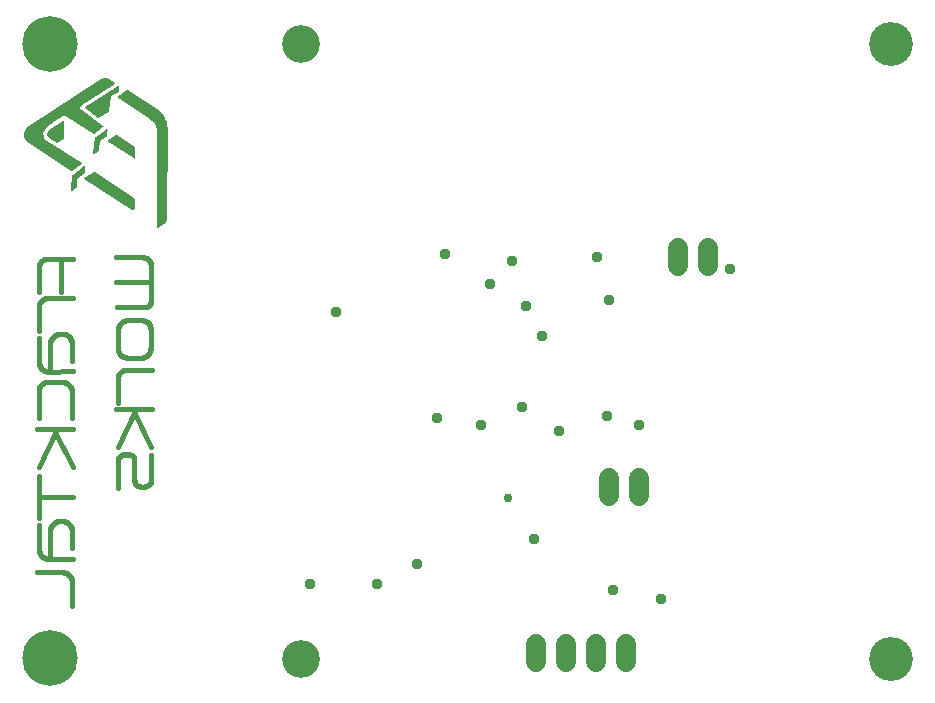
<source format=gbr>
G04 EAGLE Gerber RS-274X export*
G75*
%MOMM*%
%FSLAX34Y34*%
%LPD*%
%INSoldermask Bottom*%
%IPPOS*%
%AMOC8*
5,1,8,0,0,1.08239X$1,22.5*%
G01*
%ADD10C,4.703294*%
%ADD11C,3.712694*%
%ADD12C,3.203194*%
%ADD13C,1.727200*%
%ADD14C,0.406400*%
%ADD15C,0.762000*%
%ADD16C,0.959600*%

G36*
X179343Y552588D02*
X179343Y552588D01*
X179409Y552587D01*
X179431Y552597D01*
X179449Y552599D01*
X179482Y552620D01*
X179541Y552646D01*
X187923Y558488D01*
X187948Y558516D01*
X187980Y558536D01*
X188006Y558579D01*
X188039Y558617D01*
X188049Y558653D01*
X188068Y558685D01*
X188072Y558735D01*
X188086Y558784D01*
X188079Y558820D01*
X188082Y558858D01*
X188063Y558904D01*
X188054Y558954D01*
X188031Y558984D01*
X188017Y559018D01*
X187972Y559062D01*
X187949Y559092D01*
X187931Y559101D01*
X187913Y559119D01*
X158973Y577905D01*
X157876Y578776D01*
X156976Y579825D01*
X156292Y581026D01*
X155848Y582334D01*
X155661Y583703D01*
X155736Y585083D01*
X156072Y586424D01*
X156656Y587676D01*
X157467Y588795D01*
X158483Y589746D01*
X165363Y594600D01*
X172632Y598843D01*
X173214Y599070D01*
X173818Y599160D01*
X174428Y599114D01*
X175011Y598932D01*
X175571Y598607D01*
X198172Y584386D01*
X198232Y584365D01*
X198289Y584337D01*
X198313Y584338D01*
X198335Y584330D01*
X198399Y584338D01*
X198462Y584338D01*
X198486Y584349D01*
X198507Y584352D01*
X198539Y584373D01*
X198594Y584398D01*
X206468Y589986D01*
X206484Y590004D01*
X206505Y590016D01*
X206541Y590068D01*
X206583Y590116D01*
X206589Y590139D01*
X206603Y590159D01*
X206611Y590222D01*
X206628Y590283D01*
X206623Y590307D01*
X206627Y590330D01*
X206607Y590391D01*
X206594Y590453D01*
X206580Y590472D01*
X206572Y590495D01*
X206510Y590562D01*
X206489Y590590D01*
X206481Y590594D01*
X206474Y590602D01*
X187941Y604311D01*
X187465Y604707D01*
X187124Y605179D01*
X186910Y605720D01*
X186838Y606298D01*
X186910Y606876D01*
X187124Y607417D01*
X187465Y607889D01*
X187930Y608276D01*
X216358Y626297D01*
X216382Y626321D01*
X216412Y626338D01*
X216442Y626382D01*
X216479Y626421D01*
X216490Y626453D01*
X216509Y626482D01*
X216516Y626534D01*
X216533Y626585D01*
X216528Y626619D01*
X216533Y626653D01*
X216516Y626704D01*
X216508Y626757D01*
X216489Y626785D01*
X216478Y626818D01*
X216432Y626867D01*
X216410Y626899D01*
X216395Y626908D01*
X216380Y626924D01*
X211554Y630480D01*
X211536Y630488D01*
X211518Y630503D01*
X210490Y631096D01*
X210456Y631106D01*
X210411Y631130D01*
X209277Y631479D01*
X209242Y631481D01*
X209193Y631495D01*
X208010Y631582D01*
X207975Y631577D01*
X207924Y631579D01*
X206751Y631401D01*
X206719Y631388D01*
X206669Y631379D01*
X205564Y630944D01*
X205536Y630924D01*
X205489Y630904D01*
X204514Y630237D01*
X143050Y590616D01*
X143038Y590603D01*
X143019Y590593D01*
X141737Y589573D01*
X141718Y589548D01*
X141682Y589519D01*
X140634Y588260D01*
X140619Y588231D01*
X140590Y588196D01*
X139818Y586750D01*
X139810Y586719D01*
X139789Y586679D01*
X139325Y585108D01*
X139323Y585075D01*
X139311Y585032D01*
X139174Y583399D01*
X139179Y583367D01*
X139176Y583321D01*
X139372Y581695D01*
X139384Y581665D01*
X139390Y581619D01*
X139911Y580066D01*
X139928Y580039D01*
X139943Y579996D01*
X140768Y578580D01*
X140791Y578557D01*
X140814Y578518D01*
X141909Y577299D01*
X141935Y577280D01*
X141966Y577247D01*
X143284Y576274D01*
X143293Y576270D01*
X143301Y576263D01*
X179115Y552641D01*
X179177Y552618D01*
X179236Y552588D01*
X179257Y552588D01*
X179277Y552581D01*
X179343Y552588D01*
G37*
G36*
X252222Y504328D02*
X252222Y504328D01*
X252295Y504325D01*
X252310Y504331D01*
X252323Y504331D01*
X252357Y504350D01*
X252429Y504379D01*
X257509Y507681D01*
X257522Y507695D01*
X257543Y507706D01*
X258595Y508567D01*
X258616Y508594D01*
X258653Y508627D01*
X259493Y509696D01*
X259507Y509727D01*
X259537Y509767D01*
X260123Y510993D01*
X260130Y511027D01*
X260151Y511072D01*
X260456Y512397D01*
X260456Y512431D01*
X260466Y512480D01*
X260476Y513839D01*
X260476Y513840D01*
X260476Y513841D01*
X260730Y588771D01*
X260727Y588783D01*
X260729Y588798D01*
X260534Y591605D01*
X260527Y591628D01*
X260527Y591660D01*
X259927Y594409D01*
X259916Y594431D01*
X259911Y594462D01*
X258919Y597095D01*
X258906Y597115D01*
X258896Y597145D01*
X257532Y599607D01*
X257516Y599625D01*
X257502Y599653D01*
X255797Y601891D01*
X255784Y601901D01*
X255777Y601915D01*
X255768Y601921D01*
X255760Y601933D01*
X253748Y603899D01*
X253727Y603912D01*
X253706Y603935D01*
X251430Y605590D01*
X251422Y605593D01*
X251415Y605600D01*
X227031Y621602D01*
X226971Y621624D01*
X226915Y621653D01*
X226891Y621653D01*
X226868Y621661D01*
X226805Y621655D01*
X226742Y621656D01*
X226717Y621645D01*
X226696Y621643D01*
X226664Y621622D01*
X226609Y621599D01*
X217973Y615757D01*
X217947Y615728D01*
X217914Y615708D01*
X217889Y615666D01*
X217855Y615630D01*
X217844Y615593D01*
X217824Y615559D01*
X217820Y615510D01*
X217806Y615464D01*
X217813Y615425D01*
X217810Y615387D01*
X217828Y615341D01*
X217836Y615293D01*
X217859Y615262D01*
X217873Y615226D01*
X217916Y615184D01*
X217939Y615153D01*
X217958Y615143D01*
X217977Y615124D01*
X246158Y596591D01*
X247753Y595350D01*
X249120Y593883D01*
X250237Y592218D01*
X251075Y590397D01*
X251615Y588465D01*
X251842Y586465D01*
X251842Y504698D01*
X251858Y504627D01*
X251870Y504555D01*
X251878Y504543D01*
X251881Y504529D01*
X251928Y504473D01*
X251969Y504414D01*
X251982Y504407D01*
X251991Y504396D01*
X252058Y504366D01*
X252122Y504331D01*
X252136Y504331D01*
X252150Y504325D01*
X252222Y504328D01*
G37*
G36*
X231550Y519412D02*
X231550Y519412D01*
X231648Y519422D01*
X231975Y519519D01*
X232003Y519535D01*
X232092Y519578D01*
X232366Y519780D01*
X232387Y519805D01*
X232456Y519875D01*
X232645Y520158D01*
X232656Y520189D01*
X232698Y520278D01*
X232779Y520609D01*
X232780Y520645D01*
X232790Y520700D01*
X232790Y529336D01*
X232784Y529363D01*
X232786Y529391D01*
X232764Y529446D01*
X232751Y529505D01*
X232733Y529526D01*
X232723Y529552D01*
X232665Y529609D01*
X232641Y529638D01*
X232630Y529643D01*
X232619Y529654D01*
X199091Y551752D01*
X199037Y551772D01*
X198986Y551800D01*
X198956Y551801D01*
X198929Y551811D01*
X198871Y551805D01*
X198813Y551808D01*
X198781Y551796D01*
X198756Y551793D01*
X198727Y551774D01*
X198678Y551755D01*
X190296Y546421D01*
X190264Y546388D01*
X190226Y546364D01*
X190204Y546327D01*
X190175Y546297D01*
X190161Y546254D01*
X190138Y546215D01*
X190134Y546172D01*
X190121Y546132D01*
X190128Y546087D01*
X190124Y546042D01*
X190140Y546003D01*
X190146Y545961D01*
X190172Y545923D01*
X190189Y545881D01*
X190225Y545846D01*
X190245Y545818D01*
X190268Y545805D01*
X190293Y545781D01*
X230679Y519619D01*
X230706Y519609D01*
X230737Y519588D01*
X231051Y519455D01*
X231083Y519449D01*
X231178Y519425D01*
X231518Y519406D01*
X231550Y519412D01*
G37*
G36*
X202027Y597551D02*
X202027Y597551D01*
X202083Y597555D01*
X202146Y597580D01*
X202189Y597591D01*
X202216Y597610D01*
X202256Y597626D01*
X211146Y602960D01*
X211208Y603014D01*
X211275Y603062D01*
X211292Y603087D01*
X211315Y603108D01*
X211354Y603180D01*
X211400Y603248D01*
X211409Y603281D01*
X211422Y603305D01*
X211429Y603353D01*
X211450Y603428D01*
X212937Y615826D01*
X219410Y619857D01*
X219412Y619858D01*
X219413Y619859D01*
X219444Y619887D01*
X219447Y619888D01*
X219450Y619892D01*
X219495Y619933D01*
X219577Y620007D01*
X219578Y620009D01*
X219579Y620010D01*
X219630Y620109D01*
X219680Y620206D01*
X219681Y620208D01*
X219682Y620210D01*
X219709Y620395D01*
X219709Y624078D01*
X219706Y624098D01*
X219708Y624118D01*
X219686Y624208D01*
X219670Y624299D01*
X219659Y624316D01*
X219655Y624336D01*
X219603Y624412D01*
X219555Y624492D01*
X219540Y624505D01*
X219529Y624521D01*
X219453Y624575D01*
X219381Y624633D01*
X219362Y624640D01*
X219346Y624652D01*
X219256Y624676D01*
X219169Y624705D01*
X219149Y624705D01*
X219129Y624710D01*
X219037Y624701D01*
X218944Y624699D01*
X218926Y624691D01*
X218906Y624689D01*
X218746Y624618D01*
X218737Y624614D01*
X218736Y624614D01*
X218735Y624613D01*
X190795Y606833D01*
X190745Y606788D01*
X190690Y606750D01*
X190664Y606712D01*
X190630Y606681D01*
X190599Y606621D01*
X190561Y606567D01*
X190549Y606522D01*
X190528Y606481D01*
X190520Y606415D01*
X190503Y606350D01*
X190507Y606304D01*
X190502Y606258D01*
X190518Y606193D01*
X190524Y606127D01*
X190544Y606085D01*
X190555Y606040D01*
X190593Y605985D01*
X190622Y605925D01*
X190660Y605887D01*
X190681Y605855D01*
X190714Y605831D01*
X190754Y605791D01*
X201549Y597663D01*
X201599Y597638D01*
X201644Y597604D01*
X201698Y597588D01*
X201749Y597562D01*
X201805Y597556D01*
X201859Y597540D01*
X201916Y597543D01*
X201972Y597537D01*
X202027Y597551D01*
G37*
G36*
X232950Y563257D02*
X232950Y563257D01*
X233019Y563259D01*
X233035Y563268D01*
X233054Y563271D01*
X233111Y563309D01*
X233171Y563342D01*
X233182Y563357D01*
X233197Y563368D01*
X233231Y563428D01*
X233271Y563484D01*
X233275Y563504D01*
X233283Y563518D01*
X233285Y563557D01*
X233298Y563626D01*
X233298Y573024D01*
X233292Y573052D01*
X233294Y573080D01*
X233272Y573135D01*
X233259Y573193D01*
X233241Y573215D01*
X233230Y573241D01*
X233173Y573297D01*
X233149Y573326D01*
X233137Y573331D01*
X233127Y573342D01*
X217633Y583502D01*
X217577Y583522D01*
X217526Y583550D01*
X217497Y583552D01*
X217470Y583561D01*
X217411Y583555D01*
X217352Y583557D01*
X217322Y583545D01*
X217298Y583543D01*
X217268Y583523D01*
X217218Y583504D01*
X209344Y578424D01*
X209311Y578389D01*
X209271Y578362D01*
X209251Y578328D01*
X209224Y578299D01*
X209209Y578253D01*
X209185Y578212D01*
X209183Y578172D01*
X209171Y578134D01*
X209178Y578086D01*
X209175Y578039D01*
X209191Y578002D01*
X209197Y577963D01*
X209225Y577923D01*
X209243Y577879D01*
X209278Y577847D01*
X209296Y577821D01*
X209321Y577807D01*
X209350Y577781D01*
X232718Y563303D01*
X232783Y563281D01*
X232846Y563253D01*
X232864Y563253D01*
X232882Y563247D01*
X232950Y563257D01*
G37*
G36*
X167370Y576343D02*
X167370Y576343D01*
X167417Y576347D01*
X167493Y576379D01*
X167541Y576393D01*
X167560Y576407D01*
X167589Y576419D01*
X172796Y579594D01*
X172802Y579600D01*
X172809Y579603D01*
X172841Y579633D01*
X172874Y579652D01*
X172907Y579693D01*
X172964Y579743D01*
X172968Y579750D01*
X172973Y579755D01*
X172998Y579805D01*
X173015Y579826D01*
X173028Y579863D01*
X173070Y579941D01*
X173071Y579949D01*
X173074Y579956D01*
X173085Y580031D01*
X173087Y580039D01*
X173087Y580047D01*
X173100Y580142D01*
X172973Y594747D01*
X172967Y594779D01*
X172969Y594812D01*
X172960Y594843D01*
X172960Y594851D01*
X172952Y594870D01*
X172946Y594889D01*
X172932Y594967D01*
X172915Y594995D01*
X172905Y595027D01*
X172857Y595091D01*
X172816Y595159D01*
X172790Y595180D01*
X172770Y595206D01*
X172703Y595249D01*
X172640Y595299D01*
X172609Y595309D01*
X172581Y595327D01*
X172503Y595344D01*
X172427Y595369D01*
X172394Y595368D01*
X172362Y595375D01*
X172283Y595364D01*
X172203Y595361D01*
X172173Y595348D01*
X172140Y595343D01*
X172040Y595293D01*
X171996Y595274D01*
X171987Y595266D01*
X171973Y595259D01*
X160670Y587258D01*
X160648Y587236D01*
X160614Y587214D01*
X160017Y586683D01*
X159987Y586643D01*
X159916Y586568D01*
X159463Y585910D01*
X159443Y585864D01*
X159393Y585775D01*
X159110Y585027D01*
X159101Y584978D01*
X159074Y584879D01*
X158978Y584086D01*
X158980Y584036D01*
X158978Y583933D01*
X159074Y583140D01*
X159088Y583092D01*
X159110Y582992D01*
X159393Y582244D01*
X159418Y582201D01*
X159463Y582109D01*
X159916Y581451D01*
X159952Y581415D01*
X160017Y581336D01*
X160614Y580805D01*
X160642Y580788D01*
X160674Y580758D01*
X166897Y576440D01*
X166940Y576421D01*
X166977Y576393D01*
X167041Y576374D01*
X167101Y576347D01*
X167148Y576343D01*
X167193Y576330D01*
X167259Y576335D01*
X167325Y576330D01*
X167370Y576343D01*
G37*
G36*
X179602Y535694D02*
X179602Y535694D01*
X179647Y535691D01*
X179712Y535710D01*
X179780Y535720D01*
X179826Y535743D01*
X179862Y535754D01*
X179895Y535778D01*
X179947Y535805D01*
X183503Y538345D01*
X183522Y538365D01*
X183544Y538378D01*
X183565Y538403D01*
X183597Y538427D01*
X183624Y538469D01*
X183659Y538506D01*
X183673Y538537D01*
X183685Y538552D01*
X183694Y538576D01*
X183719Y538615D01*
X183733Y538673D01*
X183750Y538711D01*
X183752Y538748D01*
X183756Y538760D01*
X183757Y538764D01*
X183757Y538766D01*
X183765Y538797D01*
X184499Y546017D01*
X190758Y550803D01*
X190809Y550859D01*
X190866Y550909D01*
X190884Y550941D01*
X190910Y550969D01*
X190938Y551039D01*
X190974Y551105D01*
X190982Y551147D01*
X190994Y551177D01*
X190995Y551222D01*
X191007Y551290D01*
X191134Y555989D01*
X191127Y556033D01*
X191130Y556078D01*
X191120Y556112D01*
X191120Y556113D01*
X191118Y556117D01*
X191111Y556143D01*
X191100Y556211D01*
X191079Y556250D01*
X191066Y556293D01*
X191025Y556347D01*
X190992Y556407D01*
X190957Y556436D01*
X190930Y556472D01*
X190873Y556509D01*
X190821Y556553D01*
X190779Y556568D01*
X190741Y556593D01*
X190675Y556607D01*
X190611Y556631D01*
X190566Y556630D01*
X190522Y556640D01*
X190454Y556630D01*
X190386Y556630D01*
X190344Y556614D01*
X190300Y556608D01*
X190223Y556569D01*
X190176Y556551D01*
X190159Y556536D01*
X190133Y556523D01*
X180481Y549665D01*
X180436Y549619D01*
X180384Y549581D01*
X180358Y549540D01*
X180324Y549505D01*
X180297Y549446D01*
X180263Y549392D01*
X180249Y549337D01*
X180232Y549300D01*
X180230Y549262D01*
X180217Y549211D01*
X178947Y536384D01*
X178952Y536316D01*
X178948Y536247D01*
X178961Y536205D01*
X178965Y536160D01*
X178993Y536098D01*
X179013Y536033D01*
X179040Y535997D01*
X179059Y535956D01*
X179108Y535908D01*
X179149Y535854D01*
X179187Y535830D01*
X179219Y535798D01*
X179281Y535770D01*
X179338Y535734D01*
X179382Y535724D01*
X179423Y535706D01*
X179491Y535701D01*
X179558Y535687D01*
X179602Y535694D01*
G37*
G36*
X198377Y567189D02*
X198377Y567189D01*
X198421Y567185D01*
X198488Y567202D01*
X198556Y567209D01*
X198603Y567231D01*
X198639Y567241D01*
X198673Y567264D01*
X198726Y567289D01*
X202536Y569829D01*
X202563Y569856D01*
X202594Y569874D01*
X202610Y569894D01*
X202637Y569913D01*
X202664Y569952D01*
X202698Y569985D01*
X202718Y570026D01*
X202735Y570048D01*
X202741Y570066D01*
X202763Y570099D01*
X202778Y570152D01*
X202795Y570187D01*
X202799Y570226D01*
X202814Y570280D01*
X203793Y578239D01*
X208877Y581507D01*
X208924Y581551D01*
X208977Y581587D01*
X209005Y581627D01*
X209041Y581660D01*
X209070Y581718D01*
X209107Y581770D01*
X209124Y581824D01*
X209142Y581861D01*
X209146Y581899D01*
X209162Y581949D01*
X209679Y585482D01*
X209924Y587156D01*
X209921Y587229D01*
X209928Y587301D01*
X209918Y587340D01*
X209916Y587380D01*
X209889Y587448D01*
X209870Y587518D01*
X209847Y587551D01*
X209831Y587588D01*
X209782Y587642D01*
X209740Y587701D01*
X209707Y587724D01*
X209679Y587753D01*
X209615Y587786D01*
X209555Y587827D01*
X209515Y587837D01*
X209480Y587855D01*
X209407Y587864D01*
X209337Y587881D01*
X209297Y587876D01*
X209257Y587881D01*
X209186Y587864D01*
X209114Y587856D01*
X209072Y587836D01*
X209039Y587828D01*
X209002Y587803D01*
X208944Y587776D01*
X199800Y581680D01*
X199755Y581636D01*
X199703Y581600D01*
X199675Y581559D01*
X199638Y581524D01*
X199611Y581468D01*
X199575Y581416D01*
X199559Y581359D01*
X199541Y581322D01*
X199538Y581285D01*
X199523Y581236D01*
X197745Y567901D01*
X197748Y567832D01*
X197742Y567764D01*
X197753Y567721D01*
X197755Y567677D01*
X197782Y567614D01*
X197800Y567547D01*
X197826Y567511D01*
X197843Y567470D01*
X197890Y567420D01*
X197930Y567364D01*
X197967Y567339D01*
X197997Y567307D01*
X198059Y567276D01*
X198115Y567238D01*
X198158Y567227D01*
X198198Y567208D01*
X198267Y567201D01*
X198333Y567184D01*
X198377Y567189D01*
G37*
D10*
X161290Y659892D03*
X161290Y139954D03*
D11*
X873633Y139827D03*
X873506Y659943D03*
D12*
X373634Y659892D03*
X373634Y139827D03*
D13*
X623697Y136576D02*
X623697Y151816D01*
X598297Y151816D02*
X598297Y136576D01*
X572897Y136576D02*
X572897Y151816D01*
X649097Y151816D02*
X649097Y136576D01*
X718312Y472440D02*
X718312Y487680D01*
X692912Y487680D02*
X692912Y472440D01*
X660146Y292354D02*
X660146Y277114D01*
X634746Y277114D02*
X634746Y292354D01*
D14*
X151892Y450342D02*
X151638Y469900D01*
X151638Y470662D01*
X151640Y470846D01*
X151647Y471030D01*
X151658Y471214D01*
X151674Y471397D01*
X151694Y471580D01*
X151718Y471763D01*
X151747Y471945D01*
X151780Y472126D01*
X151818Y472306D01*
X151859Y472486D01*
X151906Y472664D01*
X151956Y472841D01*
X152011Y473017D01*
X152070Y473191D01*
X152133Y473364D01*
X152201Y473535D01*
X152272Y473705D01*
X152348Y473873D01*
X152427Y474039D01*
X152511Y474203D01*
X152598Y474365D01*
X152690Y474525D01*
X152785Y474683D01*
X152884Y474838D01*
X152987Y474991D01*
X153093Y475141D01*
X153203Y475289D01*
X153317Y475434D01*
X153434Y475576D01*
X153554Y475715D01*
X153678Y475851D01*
X153805Y475985D01*
X153935Y476115D01*
X154069Y476242D01*
X154205Y476366D01*
X154344Y476486D01*
X154486Y476603D01*
X154631Y476717D01*
X154779Y476827D01*
X154929Y476933D01*
X155082Y477036D01*
X155237Y477135D01*
X155395Y477230D01*
X155555Y477322D01*
X155717Y477409D01*
X155881Y477493D01*
X156047Y477572D01*
X156215Y477648D01*
X156385Y477719D01*
X156556Y477787D01*
X156729Y477850D01*
X156903Y477909D01*
X157079Y477964D01*
X157256Y478014D01*
X157434Y478061D01*
X157614Y478102D01*
X157794Y478140D01*
X157975Y478173D01*
X158157Y478202D01*
X158340Y478226D01*
X158523Y478246D01*
X158706Y478262D01*
X158890Y478273D01*
X159074Y478280D01*
X159258Y478282D01*
X180594Y478282D01*
X170180Y475996D02*
X170180Y450342D01*
X151638Y437134D02*
X151638Y417576D01*
X151638Y437134D02*
X151640Y437331D01*
X151648Y437529D01*
X151660Y437725D01*
X151676Y437922D01*
X151698Y438118D01*
X151724Y438314D01*
X151755Y438509D01*
X151791Y438703D01*
X151831Y438896D01*
X151876Y439088D01*
X151926Y439279D01*
X151980Y439469D01*
X152039Y439657D01*
X152103Y439844D01*
X152171Y440029D01*
X152243Y440213D01*
X152320Y440394D01*
X152401Y440574D01*
X152487Y440752D01*
X152577Y440928D01*
X152671Y441101D01*
X152770Y441272D01*
X152872Y441441D01*
X152979Y441607D01*
X153089Y441770D01*
X153204Y441931D01*
X153322Y442089D01*
X153444Y442244D01*
X153570Y442396D01*
X153699Y442545D01*
X153832Y442690D01*
X153969Y442833D01*
X154109Y442972D01*
X154252Y443108D01*
X154399Y443240D01*
X154549Y443368D01*
X154701Y443493D01*
X154857Y443614D01*
X155016Y443732D01*
X155177Y443845D01*
X155341Y443954D01*
X155508Y444060D01*
X155678Y444161D01*
X155849Y444258D01*
X156023Y444351D01*
X156200Y444440D01*
X156378Y444525D01*
X156558Y444605D01*
X156740Y444681D01*
X156924Y444752D01*
X157110Y444819D01*
X157297Y444881D01*
X157486Y444939D01*
X157676Y444992D01*
X157867Y445040D01*
X158060Y445084D01*
X158253Y445123D01*
X158447Y445158D01*
X158643Y445187D01*
X158838Y445212D01*
X159035Y445233D01*
X159231Y445248D01*
X159428Y445259D01*
X159626Y445265D01*
X159823Y445266D01*
X160020Y445262D01*
X180594Y445516D01*
X151892Y411226D02*
X151892Y390906D01*
X151894Y390707D01*
X151902Y390509D01*
X151914Y390311D01*
X151931Y390113D01*
X151953Y389915D01*
X151979Y389718D01*
X152011Y389522D01*
X152047Y389327D01*
X152088Y389132D01*
X152133Y388939D01*
X152184Y388747D01*
X152239Y388556D01*
X152299Y388367D01*
X152363Y388179D01*
X152432Y387992D01*
X152505Y387808D01*
X152583Y387625D01*
X152666Y387444D01*
X152752Y387266D01*
X152843Y387089D01*
X152939Y386915D01*
X153038Y386743D01*
X153142Y386573D01*
X153250Y386407D01*
X153362Y386243D01*
X153478Y386081D01*
X153598Y385923D01*
X153721Y385767D01*
X153849Y385615D01*
X153980Y385466D01*
X154115Y385320D01*
X154253Y385177D01*
X154394Y385038D01*
X154540Y384902D01*
X154688Y384770D01*
X154839Y384641D01*
X154994Y384516D01*
X155151Y384395D01*
X155312Y384278D01*
X155475Y384165D01*
X155641Y384056D01*
X155810Y383951D01*
X155981Y383850D01*
X156155Y383754D01*
X156330Y383661D01*
X156509Y383573D01*
X156689Y383489D01*
X156871Y383410D01*
X157055Y383335D01*
X157241Y383265D01*
X157428Y383199D01*
X157617Y383138D01*
X157808Y383082D01*
X157999Y383030D01*
X158192Y382983D01*
X158387Y382941D01*
X158582Y382903D01*
X158777Y382870D01*
X158974Y382842D01*
X159171Y382819D01*
X159369Y382800D01*
X159567Y382787D01*
X159766Y382778D01*
X180848Y383032D01*
X179832Y391922D02*
X179832Y406146D01*
X179829Y406361D01*
X179822Y406577D01*
X179809Y406792D01*
X179790Y407007D01*
X179767Y407221D01*
X179738Y407434D01*
X179704Y407647D01*
X179665Y407859D01*
X179621Y408070D01*
X179572Y408280D01*
X179518Y408488D01*
X179459Y408695D01*
X179395Y408901D01*
X179325Y409105D01*
X179251Y409307D01*
X179172Y409508D01*
X179088Y409706D01*
X179000Y409903D01*
X178906Y410097D01*
X178808Y410289D01*
X178706Y410478D01*
X178598Y410665D01*
X178487Y410849D01*
X178370Y411031D01*
X178250Y411209D01*
X178125Y411385D01*
X177996Y411558D01*
X177863Y411727D01*
X177726Y411893D01*
X177585Y412056D01*
X177439Y412215D01*
X177290Y412371D01*
X177138Y412523D01*
X176982Y412671D01*
X176822Y412816D01*
X176658Y412956D01*
X176492Y413093D01*
X176322Y413225D01*
X176149Y413354D01*
X175973Y413478D01*
X175794Y413598D01*
X175612Y413713D01*
X175427Y413824D01*
X175240Y413931D01*
X175050Y414032D01*
X174857Y414130D01*
X174663Y414222D01*
X174466Y414310D01*
X174267Y414393D01*
X174067Y414472D01*
X173864Y414545D01*
X173660Y414613D01*
X173454Y414677D01*
X173246Y414735D01*
X173038Y414789D01*
X172828Y414837D01*
X172617Y414880D01*
X172405Y414918D01*
X172192Y414951D01*
X171978Y414979D01*
X171764Y415002D01*
X171549Y415019D01*
X171334Y415031D01*
X171118Y415038D01*
X170903Y415040D01*
X170688Y415036D01*
X170443Y415026D01*
X170199Y415010D01*
X169956Y414989D01*
X169713Y414961D01*
X169471Y414927D01*
X169230Y414888D01*
X168989Y414842D01*
X168750Y414791D01*
X168513Y414734D01*
X168276Y414671D01*
X168042Y414603D01*
X167809Y414529D01*
X167578Y414449D01*
X167349Y414363D01*
X167122Y414272D01*
X166897Y414176D01*
X166675Y414074D01*
X166456Y413966D01*
X166239Y413854D01*
X166025Y413736D01*
X165813Y413612D01*
X165605Y413484D01*
X165400Y413351D01*
X165199Y413213D01*
X165001Y413070D01*
X164806Y412922D01*
X164615Y412769D01*
X164428Y412612D01*
X164245Y412450D01*
X164065Y412284D01*
X163890Y412113D01*
X163719Y411939D01*
X163552Y411760D01*
X163390Y411577D01*
X163232Y411390D01*
X163079Y411200D01*
X162931Y411006D01*
X162787Y410808D01*
X162648Y410607D01*
X162514Y410402D01*
X162385Y410194D01*
X162262Y409984D01*
X162143Y409770D01*
X162030Y409553D01*
X161922Y409334D01*
X161819Y409112D01*
X161722Y408888D01*
X161630Y408661D01*
X161544Y408432D01*
X161544Y384810D01*
X151638Y366268D02*
X151638Y343916D01*
X151638Y366268D02*
X151640Y366461D01*
X151647Y366655D01*
X151659Y366848D01*
X151676Y367040D01*
X151697Y367233D01*
X151723Y367424D01*
X151754Y367615D01*
X151789Y367805D01*
X151829Y367995D01*
X151873Y368183D01*
X151922Y368370D01*
X151976Y368556D01*
X152034Y368740D01*
X152097Y368923D01*
X152164Y369104D01*
X152236Y369284D01*
X152312Y369462D01*
X152392Y369638D01*
X152476Y369812D01*
X152565Y369984D01*
X152658Y370153D01*
X152755Y370320D01*
X152856Y370485D01*
X152962Y370648D01*
X153071Y370807D01*
X153184Y370964D01*
X153300Y371119D01*
X153421Y371270D01*
X153545Y371418D01*
X153673Y371563D01*
X153804Y371705D01*
X153939Y371844D01*
X154077Y371980D01*
X154218Y372112D01*
X154362Y372240D01*
X154510Y372365D01*
X154661Y372487D01*
X154814Y372604D01*
X154971Y372718D01*
X155130Y372828D01*
X155291Y372934D01*
X155456Y373036D01*
X155622Y373134D01*
X155791Y373228D01*
X155963Y373318D01*
X156136Y373403D01*
X156312Y373484D01*
X156489Y373561D01*
X156668Y373634D01*
X156849Y373702D01*
X157032Y373766D01*
X157216Y373825D01*
X157402Y373880D01*
X157588Y373930D01*
X157776Y373975D01*
X157965Y374016D01*
X158155Y374053D01*
X158346Y374084D01*
X158538Y374111D01*
X158730Y374134D01*
X158922Y374151D01*
X159115Y374164D01*
X159308Y374172D01*
X159502Y374176D01*
X159695Y374175D01*
X159889Y374169D01*
X160082Y374158D01*
X160274Y374142D01*
X171704Y373888D01*
X171909Y373881D01*
X172114Y373869D01*
X172319Y373852D01*
X172523Y373830D01*
X172727Y373803D01*
X172929Y373771D01*
X173131Y373735D01*
X173332Y373693D01*
X173532Y373646D01*
X173731Y373595D01*
X173929Y373539D01*
X174125Y373478D01*
X174319Y373413D01*
X174512Y373342D01*
X174703Y373267D01*
X174893Y373188D01*
X175080Y373104D01*
X175265Y373015D01*
X175448Y372922D01*
X175629Y372825D01*
X175807Y372723D01*
X175983Y372617D01*
X176156Y372506D01*
X176326Y372392D01*
X176494Y372273D01*
X176659Y372150D01*
X176820Y372024D01*
X176979Y371893D01*
X177134Y371759D01*
X177286Y371621D01*
X177435Y371479D01*
X177580Y371334D01*
X177721Y371185D01*
X177859Y371033D01*
X177993Y370878D01*
X178124Y370719D01*
X178250Y370558D01*
X178373Y370393D01*
X178491Y370225D01*
X178606Y370055D01*
X178716Y369882D01*
X178822Y369706D01*
X178924Y369528D01*
X179021Y369347D01*
X179114Y369164D01*
X179203Y368979D01*
X179287Y368791D01*
X179366Y368602D01*
X179441Y368411D01*
X179511Y368218D01*
X179577Y368023D01*
X179638Y367827D01*
X179693Y367630D01*
X179745Y367431D01*
X179791Y367231D01*
X179832Y367030D01*
X180086Y343916D01*
X166878Y334264D02*
X150622Y334264D01*
X166878Y334264D02*
X180848Y334264D01*
X166878Y334264D02*
X151638Y302260D01*
X180340Y302260D02*
X165862Y331470D01*
X152146Y294640D02*
X152146Y259080D01*
X151892Y276606D02*
X180594Y276606D01*
X151892Y252730D02*
X151892Y232410D01*
X151894Y232211D01*
X151902Y232013D01*
X151914Y231815D01*
X151931Y231617D01*
X151953Y231419D01*
X151979Y231222D01*
X152011Y231026D01*
X152047Y230831D01*
X152088Y230636D01*
X152133Y230443D01*
X152184Y230251D01*
X152239Y230060D01*
X152299Y229871D01*
X152363Y229683D01*
X152432Y229496D01*
X152505Y229312D01*
X152583Y229129D01*
X152666Y228948D01*
X152752Y228770D01*
X152843Y228593D01*
X152939Y228419D01*
X153038Y228247D01*
X153142Y228077D01*
X153250Y227911D01*
X153362Y227747D01*
X153478Y227585D01*
X153598Y227427D01*
X153721Y227271D01*
X153849Y227119D01*
X153980Y226970D01*
X154115Y226824D01*
X154253Y226681D01*
X154394Y226542D01*
X154540Y226406D01*
X154688Y226274D01*
X154839Y226145D01*
X154994Y226020D01*
X155151Y225899D01*
X155312Y225782D01*
X155475Y225669D01*
X155641Y225560D01*
X155810Y225455D01*
X155981Y225354D01*
X156155Y225258D01*
X156330Y225165D01*
X156509Y225077D01*
X156689Y224993D01*
X156871Y224914D01*
X157055Y224839D01*
X157241Y224769D01*
X157428Y224703D01*
X157617Y224642D01*
X157808Y224586D01*
X157999Y224534D01*
X158192Y224487D01*
X158387Y224445D01*
X158582Y224407D01*
X158777Y224374D01*
X158974Y224346D01*
X159171Y224323D01*
X159369Y224304D01*
X159567Y224291D01*
X159766Y224282D01*
X180848Y224536D01*
X179832Y233426D02*
X179832Y247650D01*
X179829Y247865D01*
X179822Y248081D01*
X179809Y248296D01*
X179790Y248511D01*
X179767Y248725D01*
X179738Y248938D01*
X179704Y249151D01*
X179665Y249363D01*
X179621Y249574D01*
X179572Y249784D01*
X179518Y249992D01*
X179459Y250199D01*
X179395Y250405D01*
X179325Y250609D01*
X179251Y250811D01*
X179172Y251012D01*
X179088Y251210D01*
X179000Y251407D01*
X178906Y251601D01*
X178808Y251793D01*
X178706Y251982D01*
X178598Y252169D01*
X178487Y252353D01*
X178370Y252535D01*
X178250Y252713D01*
X178125Y252889D01*
X177996Y253062D01*
X177863Y253231D01*
X177726Y253397D01*
X177585Y253560D01*
X177439Y253719D01*
X177290Y253875D01*
X177138Y254027D01*
X176982Y254175D01*
X176822Y254320D01*
X176658Y254460D01*
X176492Y254597D01*
X176322Y254729D01*
X176149Y254858D01*
X175973Y254982D01*
X175794Y255102D01*
X175612Y255217D01*
X175427Y255328D01*
X175240Y255435D01*
X175050Y255536D01*
X174857Y255634D01*
X174663Y255726D01*
X174466Y255814D01*
X174267Y255897D01*
X174067Y255976D01*
X173864Y256049D01*
X173660Y256117D01*
X173454Y256181D01*
X173246Y256239D01*
X173038Y256293D01*
X172828Y256341D01*
X172617Y256384D01*
X172405Y256422D01*
X172192Y256455D01*
X171978Y256483D01*
X171764Y256506D01*
X171549Y256523D01*
X171334Y256535D01*
X171118Y256542D01*
X170903Y256544D01*
X170688Y256540D01*
X170443Y256530D01*
X170199Y256514D01*
X169956Y256493D01*
X169713Y256465D01*
X169471Y256431D01*
X169230Y256392D01*
X168989Y256346D01*
X168750Y256295D01*
X168513Y256238D01*
X168276Y256175D01*
X168042Y256107D01*
X167809Y256033D01*
X167578Y255953D01*
X167349Y255867D01*
X167122Y255776D01*
X166897Y255680D01*
X166675Y255578D01*
X166456Y255470D01*
X166239Y255358D01*
X166025Y255240D01*
X165813Y255116D01*
X165605Y254988D01*
X165400Y254855D01*
X165199Y254717D01*
X165001Y254574D01*
X164806Y254426D01*
X164615Y254273D01*
X164428Y254116D01*
X164245Y253954D01*
X164065Y253788D01*
X163890Y253617D01*
X163719Y253443D01*
X163552Y253264D01*
X163390Y253081D01*
X163232Y252894D01*
X163079Y252704D01*
X162931Y252510D01*
X162787Y252312D01*
X162648Y252111D01*
X162514Y251906D01*
X162385Y251698D01*
X162262Y251488D01*
X162143Y251274D01*
X162030Y251057D01*
X161922Y250838D01*
X161819Y250616D01*
X161722Y250392D01*
X161630Y250165D01*
X161544Y249936D01*
X161544Y226314D01*
X171704Y212852D02*
X150368Y212852D01*
X171704Y212852D02*
X171904Y212850D01*
X172105Y212842D01*
X172305Y212830D01*
X172504Y212813D01*
X172704Y212791D01*
X172902Y212764D01*
X173100Y212732D01*
X173297Y212695D01*
X173493Y212654D01*
X173688Y212607D01*
X173882Y212556D01*
X174075Y212500D01*
X174266Y212440D01*
X174455Y212375D01*
X174643Y212305D01*
X174829Y212230D01*
X175013Y212151D01*
X175196Y212068D01*
X175376Y211980D01*
X175554Y211888D01*
X175729Y211791D01*
X175902Y211690D01*
X176073Y211585D01*
X176241Y211476D01*
X176406Y211362D01*
X176569Y211245D01*
X176728Y211124D01*
X176885Y210998D01*
X177038Y210869D01*
X177188Y210737D01*
X177335Y210600D01*
X177479Y210460D01*
X177619Y210317D01*
X177755Y210170D01*
X177888Y210020D01*
X178017Y209866D01*
X178142Y209710D01*
X178263Y209551D01*
X178381Y209388D01*
X178494Y209223D01*
X178604Y209055D01*
X178709Y208884D01*
X178810Y208711D01*
X178906Y208535D01*
X178999Y208358D01*
X179087Y208177D01*
X179170Y207995D01*
X179249Y207811D01*
X179323Y207625D01*
X179393Y207437D01*
X179459Y207248D01*
X179519Y207056D01*
X179575Y206864D01*
X179626Y206670D01*
X179672Y206475D01*
X179714Y206279D01*
X179751Y206082D01*
X179782Y205884D01*
X179809Y205686D01*
X179832Y205486D01*
X180086Y184658D01*
X217170Y479552D02*
X239776Y479552D01*
X239943Y479550D01*
X240110Y479544D01*
X240277Y479534D01*
X240443Y479519D01*
X240610Y479501D01*
X240775Y479479D01*
X240940Y479453D01*
X241105Y479422D01*
X241268Y479388D01*
X241431Y479350D01*
X241592Y479307D01*
X241753Y479261D01*
X241912Y479211D01*
X242071Y479157D01*
X242227Y479099D01*
X242383Y479038D01*
X242537Y478972D01*
X242689Y478903D01*
X242839Y478830D01*
X242988Y478754D01*
X243135Y478674D01*
X243279Y478591D01*
X243422Y478503D01*
X243562Y478413D01*
X243701Y478319D01*
X243837Y478222D01*
X243970Y478121D01*
X244101Y478018D01*
X244230Y477911D01*
X244355Y477801D01*
X244479Y477688D01*
X244599Y477572D01*
X244716Y477453D01*
X244831Y477331D01*
X244942Y477207D01*
X245051Y477080D01*
X245156Y476950D01*
X245258Y476818D01*
X245357Y476683D01*
X245453Y476546D01*
X245545Y476406D01*
X245634Y476265D01*
X245719Y476121D01*
X245801Y475975D01*
X245879Y475828D01*
X245954Y475678D01*
X246025Y475527D01*
X246092Y475374D01*
X246156Y475219D01*
X246215Y475063D01*
X246271Y474906D01*
X246323Y474747D01*
X246371Y474587D01*
X246416Y474426D01*
X246456Y474264D01*
X246492Y474101D01*
X246525Y473937D01*
X246553Y473772D01*
X246577Y473607D01*
X246598Y473441D01*
X246614Y473274D01*
X246626Y473108D01*
X246634Y472941D01*
X246638Y472774D01*
X246639Y472607D01*
X246634Y472440D01*
X246634Y442976D01*
X246632Y442825D01*
X246626Y442673D01*
X246616Y442522D01*
X246603Y442371D01*
X246585Y442221D01*
X246564Y442071D01*
X246538Y441921D01*
X246509Y441773D01*
X246476Y441625D01*
X246439Y441478D01*
X246399Y441332D01*
X246354Y441187D01*
X246306Y441043D01*
X246254Y440901D01*
X246199Y440760D01*
X246140Y440620D01*
X246077Y440483D01*
X246011Y440346D01*
X245941Y440212D01*
X245868Y440079D01*
X245792Y439948D01*
X245712Y439820D01*
X245628Y439693D01*
X245542Y439569D01*
X245452Y439447D01*
X245360Y439327D01*
X245264Y439209D01*
X245165Y439095D01*
X245063Y438982D01*
X244958Y438873D01*
X244851Y438766D01*
X244741Y438662D01*
X244628Y438561D01*
X244513Y438463D01*
X244395Y438368D01*
X244275Y438275D01*
X244152Y438186D01*
X244027Y438101D01*
X243900Y438018D01*
X243771Y437939D01*
X243640Y437863D01*
X243506Y437791D01*
X243372Y437722D01*
X243235Y437657D01*
X243097Y437595D01*
X242957Y437536D01*
X242816Y437482D01*
X242673Y437431D01*
X242529Y437383D01*
X242384Y437340D01*
X242238Y437300D01*
X242090Y437264D01*
X241942Y437232D01*
X241794Y437204D01*
X241644Y437179D01*
X241494Y437159D01*
X241343Y437142D01*
X241192Y437129D01*
X241041Y437120D01*
X240890Y437115D01*
X240738Y437114D01*
X240587Y437117D01*
X240435Y437124D01*
X240284Y437134D01*
X217932Y437134D01*
X217424Y458470D02*
X246380Y458470D01*
X227838Y426212D02*
X225298Y426212D01*
X227838Y426212D02*
X239014Y426212D01*
X239188Y426216D01*
X239361Y426215D01*
X239534Y426211D01*
X239707Y426202D01*
X239879Y426189D01*
X240051Y426172D01*
X240223Y426151D01*
X240394Y426125D01*
X240565Y426095D01*
X240735Y426062D01*
X240904Y426024D01*
X241072Y425982D01*
X241238Y425936D01*
X241404Y425885D01*
X241569Y425831D01*
X241732Y425773D01*
X241893Y425711D01*
X242053Y425645D01*
X242212Y425575D01*
X242368Y425502D01*
X242523Y425424D01*
X242676Y425343D01*
X242827Y425258D01*
X242976Y425170D01*
X243122Y425077D01*
X243267Y424982D01*
X243408Y424883D01*
X243548Y424780D01*
X243685Y424674D01*
X243819Y424565D01*
X243951Y424452D01*
X244080Y424337D01*
X244206Y424218D01*
X244329Y424096D01*
X244449Y423972D01*
X244566Y423844D01*
X244680Y423714D01*
X244790Y423581D01*
X244898Y423445D01*
X245002Y423306D01*
X245102Y423166D01*
X245199Y423022D01*
X245293Y422877D01*
X245383Y422729D01*
X245470Y422579D01*
X245553Y422427D01*
X245632Y422273D01*
X245707Y422117D01*
X245779Y421960D01*
X245846Y421800D01*
X245910Y421639D01*
X245970Y421477D01*
X246026Y421313D01*
X246078Y421148D01*
X246126Y420982D01*
X246170Y420814D01*
X246209Y420646D01*
X246245Y420476D01*
X246276Y420306D01*
X246304Y420135D01*
X246327Y419964D01*
X246346Y419792D01*
X246361Y419619D01*
X246371Y419446D01*
X246378Y419273D01*
X246380Y419100D01*
X246380Y402844D01*
X246378Y402642D01*
X246370Y402439D01*
X246358Y402237D01*
X246341Y402036D01*
X246318Y401835D01*
X246291Y401634D01*
X246259Y401434D01*
X246223Y401235D01*
X246181Y401037D01*
X246135Y400840D01*
X246083Y400645D01*
X246027Y400450D01*
X245967Y400257D01*
X245901Y400066D01*
X245831Y399876D01*
X245757Y399688D01*
X245678Y399502D01*
X245594Y399317D01*
X245506Y399135D01*
X245413Y398955D01*
X245316Y398778D01*
X245215Y398602D01*
X245110Y398430D01*
X245000Y398260D01*
X244886Y398092D01*
X244768Y397928D01*
X244647Y397766D01*
X244521Y397608D01*
X244391Y397452D01*
X244258Y397300D01*
X244121Y397151D01*
X243981Y397005D01*
X243837Y396863D01*
X243689Y396724D01*
X243538Y396590D01*
X243384Y396458D01*
X243227Y396331D01*
X243067Y396207D01*
X242904Y396088D01*
X242738Y395972D01*
X242569Y395860D01*
X242397Y395753D01*
X242223Y395650D01*
X242047Y395551D01*
X241868Y395456D01*
X241687Y395366D01*
X241504Y395280D01*
X241318Y395199D01*
X241131Y395122D01*
X240942Y395050D01*
X240751Y394983D01*
X240559Y394920D01*
X240365Y394862D01*
X240170Y394808D01*
X239973Y394760D01*
X239776Y394716D01*
X226314Y394716D01*
X226131Y394718D01*
X225949Y394725D01*
X225766Y394736D01*
X225584Y394752D01*
X225403Y394772D01*
X225222Y394797D01*
X225041Y394826D01*
X224862Y394859D01*
X224683Y394897D01*
X224505Y394939D01*
X224329Y394986D01*
X224153Y395036D01*
X223979Y395092D01*
X223806Y395151D01*
X223635Y395215D01*
X223465Y395282D01*
X223297Y395354D01*
X223131Y395430D01*
X222967Y395510D01*
X222805Y395595D01*
X222645Y395683D01*
X222487Y395775D01*
X222331Y395870D01*
X222178Y395970D01*
X222028Y396073D01*
X221879Y396180D01*
X221734Y396291D01*
X221591Y396405D01*
X221452Y396523D01*
X221315Y396644D01*
X221181Y396768D01*
X221050Y396895D01*
X220922Y397026D01*
X220798Y397160D01*
X220677Y397297D01*
X220559Y397436D01*
X220445Y397579D01*
X220334Y397724D01*
X220227Y397872D01*
X220124Y398023D01*
X220024Y398176D01*
X219928Y398332D01*
X219836Y398489D01*
X219748Y398649D01*
X219664Y398812D01*
X219584Y398976D01*
X219507Y399142D01*
X219435Y399310D01*
X219367Y399479D01*
X219304Y399650D01*
X219244Y399823D01*
X219189Y399997D01*
X219138Y400173D01*
X219091Y400349D01*
X219049Y400527D01*
X219011Y400706D01*
X218977Y400885D01*
X218948Y401066D01*
X218948Y405638D01*
X218948Y418084D01*
X218948Y418338D02*
X218948Y405638D01*
X218948Y418338D02*
X218950Y418532D01*
X218958Y418727D01*
X218969Y418921D01*
X218986Y419115D01*
X219008Y419308D01*
X219034Y419501D01*
X219065Y419693D01*
X219100Y419884D01*
X219140Y420074D01*
X219185Y420263D01*
X219235Y420452D01*
X219289Y420638D01*
X219348Y420824D01*
X219411Y421008D01*
X219478Y421190D01*
X219551Y421371D01*
X219627Y421549D01*
X219708Y421726D01*
X219793Y421901D01*
X219883Y422074D01*
X219977Y422244D01*
X220074Y422412D01*
X220176Y422578D01*
X220282Y422741D01*
X220392Y422901D01*
X220506Y423059D01*
X220624Y423214D01*
X220745Y423366D01*
X220870Y423515D01*
X220999Y423661D01*
X221131Y423803D01*
X221267Y423942D01*
X221406Y424078D01*
X221548Y424211D01*
X221694Y424340D01*
X221843Y424465D01*
X221994Y424587D01*
X222149Y424705D01*
X222307Y424819D01*
X222467Y424929D01*
X222630Y425035D01*
X222795Y425137D01*
X222963Y425235D01*
X223134Y425329D01*
X223306Y425419D01*
X223481Y425505D01*
X223657Y425586D01*
X223836Y425663D01*
X224017Y425735D01*
X224199Y425803D01*
X224383Y425867D01*
X224568Y425926D01*
X224755Y425980D01*
X224943Y426030D01*
X225132Y426075D01*
X225322Y426116D01*
X225513Y426151D01*
X225705Y426183D01*
X225898Y426209D01*
X226091Y426231D01*
X226285Y426248D01*
X226479Y426260D01*
X226673Y426267D01*
X226868Y426270D01*
X227062Y426268D01*
X227257Y426261D01*
X227451Y426249D01*
X227645Y426233D01*
X227838Y426212D01*
X218440Y376174D02*
X218440Y356362D01*
X218440Y376174D02*
X218442Y376378D01*
X218450Y376581D01*
X218462Y376785D01*
X218479Y376987D01*
X218502Y377190D01*
X218529Y377392D01*
X218560Y377593D01*
X218597Y377793D01*
X218639Y377993D01*
X218685Y378191D01*
X218736Y378388D01*
X218792Y378584D01*
X218853Y378778D01*
X218918Y378971D01*
X218988Y379163D01*
X219063Y379352D01*
X219142Y379540D01*
X219226Y379726D01*
X219314Y379909D01*
X219406Y380091D01*
X219503Y380270D01*
X219605Y380447D01*
X219710Y380621D01*
X219820Y380792D01*
X219933Y380961D01*
X220051Y381128D01*
X220173Y381291D01*
X220299Y381451D01*
X220428Y381608D01*
X220562Y381762D01*
X220699Y381913D01*
X220839Y382060D01*
X220983Y382204D01*
X221131Y382344D01*
X221282Y382481D01*
X221436Y382614D01*
X221593Y382744D01*
X221754Y382869D01*
X221917Y382991D01*
X222084Y383108D01*
X222253Y383222D01*
X222425Y383331D01*
X222599Y383436D01*
X222776Y383537D01*
X222955Y383634D01*
X223137Y383726D01*
X223321Y383814D01*
X223506Y383897D01*
X223694Y383976D01*
X223884Y384050D01*
X224075Y384120D01*
X224268Y384185D01*
X224463Y384246D01*
X224659Y384301D01*
X224856Y384352D01*
X225054Y384398D01*
X225254Y384439D01*
X225454Y384476D01*
X225655Y384507D01*
X225857Y384534D01*
X226060Y384556D01*
X247396Y384556D01*
X233680Y351028D02*
X217424Y351028D01*
X233680Y351028D02*
X247650Y351028D01*
X233680Y351028D02*
X218440Y319024D01*
X247142Y319024D02*
X232664Y348234D01*
X218694Y307340D02*
X218948Y284480D01*
X218694Y307340D02*
X218695Y307484D01*
X218699Y307627D01*
X218707Y307771D01*
X218719Y307914D01*
X218735Y308057D01*
X218754Y308199D01*
X218778Y308341D01*
X218805Y308482D01*
X218836Y308623D01*
X218871Y308762D01*
X218910Y308900D01*
X218952Y309038D01*
X218998Y309174D01*
X219048Y309309D01*
X219101Y309442D01*
X219158Y309574D01*
X219219Y309705D01*
X219283Y309834D01*
X219350Y309961D01*
X219421Y310086D01*
X219495Y310209D01*
X219572Y310330D01*
X219653Y310449D01*
X219737Y310566D01*
X219824Y310680D01*
X219914Y310792D01*
X220007Y310902D01*
X220103Y311009D01*
X220201Y311113D01*
X220303Y311215D01*
X220407Y311314D01*
X220514Y311410D01*
X220624Y311503D01*
X220736Y311594D01*
X220850Y311681D01*
X220966Y311765D01*
X221085Y311846D01*
X221206Y311923D01*
X221329Y311998D01*
X221454Y312069D01*
X221581Y312136D01*
X221710Y312200D01*
X221840Y312261D01*
X221972Y312318D01*
X222106Y312372D01*
X222240Y312422D01*
X222376Y312468D01*
X222514Y312511D01*
X222652Y312549D01*
X222792Y312585D01*
X222932Y312616D01*
X223073Y312643D01*
X223215Y312667D01*
X223357Y312687D01*
X223500Y312703D01*
X223643Y312715D01*
X223787Y312724D01*
X223930Y312728D01*
X224074Y312729D01*
X224218Y312725D01*
X224361Y312718D01*
X224505Y312707D01*
X224648Y312692D01*
X224790Y312674D01*
X224958Y312652D01*
X225127Y312634D01*
X225297Y312619D01*
X225466Y312609D01*
X225636Y312603D01*
X225806Y312601D01*
X225976Y312603D01*
X226146Y312609D01*
X226315Y312619D01*
X226485Y312634D01*
X226654Y312652D01*
X226822Y312674D01*
X226962Y312692D01*
X227103Y312707D01*
X227243Y312717D01*
X227385Y312724D01*
X227526Y312727D01*
X227667Y312726D01*
X227808Y312721D01*
X227949Y312712D01*
X228090Y312699D01*
X228230Y312682D01*
X228370Y312662D01*
X228509Y312638D01*
X228648Y312609D01*
X228786Y312577D01*
X228922Y312541D01*
X229058Y312502D01*
X229192Y312458D01*
X229326Y312411D01*
X229457Y312361D01*
X229588Y312306D01*
X229717Y312249D01*
X229844Y312187D01*
X229970Y312122D01*
X230093Y312054D01*
X230215Y311982D01*
X230335Y311907D01*
X230452Y311829D01*
X230568Y311747D01*
X230681Y311662D01*
X230791Y311574D01*
X230900Y311483D01*
X231005Y311390D01*
X231108Y311293D01*
X231209Y311193D01*
X231306Y311091D01*
X231401Y310986D01*
X231492Y310879D01*
X231581Y310769D01*
X231667Y310656D01*
X231749Y310542D01*
X231829Y310425D01*
X231905Y310306D01*
X231977Y310184D01*
X232047Y310061D01*
X232113Y309936D01*
X232175Y309810D01*
X232234Y309681D01*
X232289Y309551D01*
X232341Y309420D01*
X232389Y309287D01*
X232434Y309153D01*
X232474Y309017D01*
X232511Y308881D01*
X232544Y308744D01*
X232574Y308605D01*
X232599Y308466D01*
X232621Y308327D01*
X232639Y308187D01*
X232653Y308046D01*
X232663Y307905D01*
X232669Y307764D01*
X232671Y307623D01*
X232669Y307481D01*
X232664Y307340D01*
X232664Y291084D01*
X232666Y290938D01*
X232672Y290793D01*
X232681Y290648D01*
X232694Y290503D01*
X232712Y290358D01*
X232733Y290214D01*
X232757Y290070D01*
X232786Y289927D01*
X232818Y289785D01*
X232854Y289644D01*
X232893Y289504D01*
X232936Y289365D01*
X232983Y289227D01*
X233034Y289090D01*
X233088Y288955D01*
X233145Y288821D01*
X233206Y288689D01*
X233271Y288559D01*
X233339Y288430D01*
X233410Y288303D01*
X233484Y288178D01*
X233562Y288054D01*
X233643Y287933D01*
X233727Y287814D01*
X233814Y287698D01*
X233905Y287583D01*
X233998Y287472D01*
X234094Y287362D01*
X234193Y287255D01*
X234294Y287151D01*
X234399Y287049D01*
X234506Y286951D01*
X234615Y286855D01*
X234727Y286762D01*
X234842Y286672D01*
X234959Y286584D01*
X235078Y286500D01*
X235199Y286420D01*
X235322Y286342D01*
X235447Y286268D01*
X235574Y286197D01*
X235703Y286129D01*
X235834Y286065D01*
X235966Y286004D01*
X235967Y286004D02*
X236164Y285919D01*
X236364Y285839D01*
X236566Y285763D01*
X236770Y285693D01*
X236975Y285628D01*
X237182Y285567D01*
X237390Y285512D01*
X237600Y285462D01*
X237810Y285416D01*
X238022Y285376D01*
X238235Y285342D01*
X238448Y285312D01*
X238662Y285288D01*
X238877Y285268D01*
X239092Y285254D01*
X239307Y285246D01*
X239522Y285242D01*
X239719Y285244D01*
X239915Y285250D01*
X240111Y285261D01*
X240307Y285276D01*
X240502Y285297D01*
X240697Y285322D01*
X240891Y285352D01*
X241084Y285386D01*
X241277Y285425D01*
X241468Y285468D01*
X241659Y285517D01*
X241848Y285569D01*
X242036Y285627D01*
X242222Y285688D01*
X242407Y285754D01*
X242590Y285825D01*
X242772Y285900D01*
X242952Y285979D01*
X243129Y286063D01*
X243305Y286151D01*
X243478Y286243D01*
X243650Y286339D01*
X243819Y286439D01*
X243985Y286543D01*
X244149Y286652D01*
X244310Y286764D01*
X244469Y286880D01*
X244624Y286999D01*
X244777Y287123D01*
X244927Y287250D01*
X245074Y287381D01*
X245217Y287515D01*
X245357Y287652D01*
X245494Y287793D01*
X245628Y287937D01*
X245758Y288084D01*
X245884Y288234D01*
X246007Y288388D01*
X246126Y288544D01*
X246197Y288643D01*
X246266Y288745D01*
X246331Y288848D01*
X246392Y288953D01*
X246451Y289061D01*
X246506Y289170D01*
X246558Y289280D01*
X246606Y289393D01*
X246651Y289506D01*
X246692Y289621D01*
X246729Y289738D01*
X246763Y289855D01*
X246793Y289973D01*
X246820Y290093D01*
X246842Y290213D01*
X246861Y290333D01*
X246877Y290454D01*
X246888Y290576D01*
X246888Y312166D01*
D15*
X548894Y275590D03*
D16*
X624672Y480060D03*
X634746Y443738D03*
X659638Y337820D03*
X564430Y438150D03*
X561086Y353018D03*
X577850Y412750D03*
X592074Y332740D03*
X736600Y469900D03*
X632968Y344932D03*
X552450Y476250D03*
X403606Y433578D03*
X533400Y457200D03*
X525780Y337566D03*
X495300Y482600D03*
X489204Y343154D03*
X678942Y189992D03*
X438150Y203200D03*
X381000Y203200D03*
X638302Y197866D03*
X570738Y241300D03*
X472186Y219964D03*
M02*

</source>
